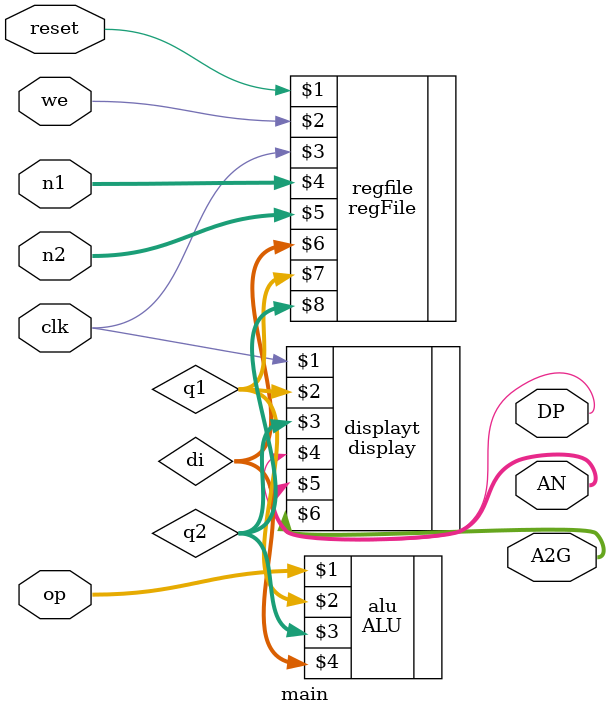
<source format=v>
`timescale 1ns / 1ps


module main(
    input reset, we, clk,
    input [1:0]op,
    input [4:0]n1, n2,
    output DP,
    output [3:0] AN,
    output  [6:0] A2G
    );
 
	wire [7:0]q1, q2;
    wire [7:0] di;
    
    regFile regfile(reset, we, clk, n1, n2, di, q1, q2);
    ALU alu(op, q1, q2, di);    
    display displayt(clk, q1, q2, DP, AN, A2G);
endmodule

</source>
